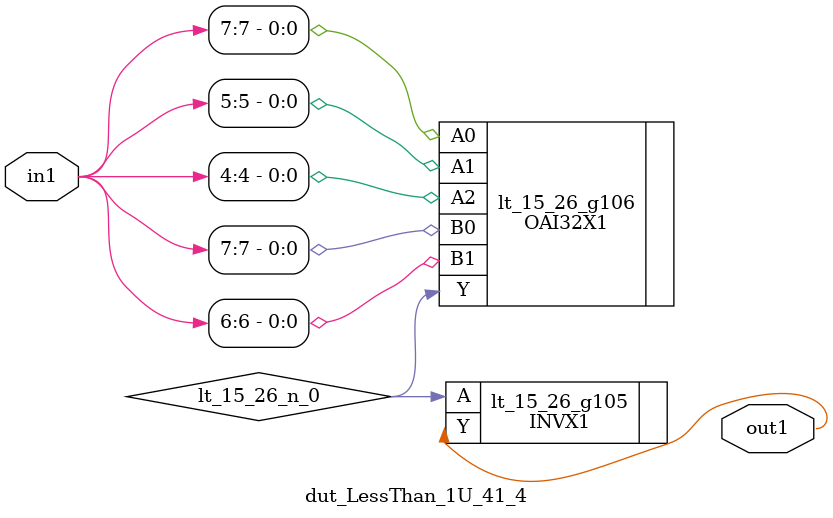
<source format=v>
`timescale 1ps / 1ps


module dut_LessThan_1U_41_4(in1, out1);
  input [7:0] in1;
  output out1;
  wire [7:0] in1;
  wire out1;
  wire lt_15_26_n_0;
  INVX1 lt_15_26_g105(.A (lt_15_26_n_0), .Y (out1));
  OAI32X1 lt_15_26_g106(.A0 (in1[7]), .A1 (in1[5]), .A2 (in1[4]), .B0
       (in1[7]), .B1 (in1[6]), .Y (lt_15_26_n_0));
endmodule



</source>
